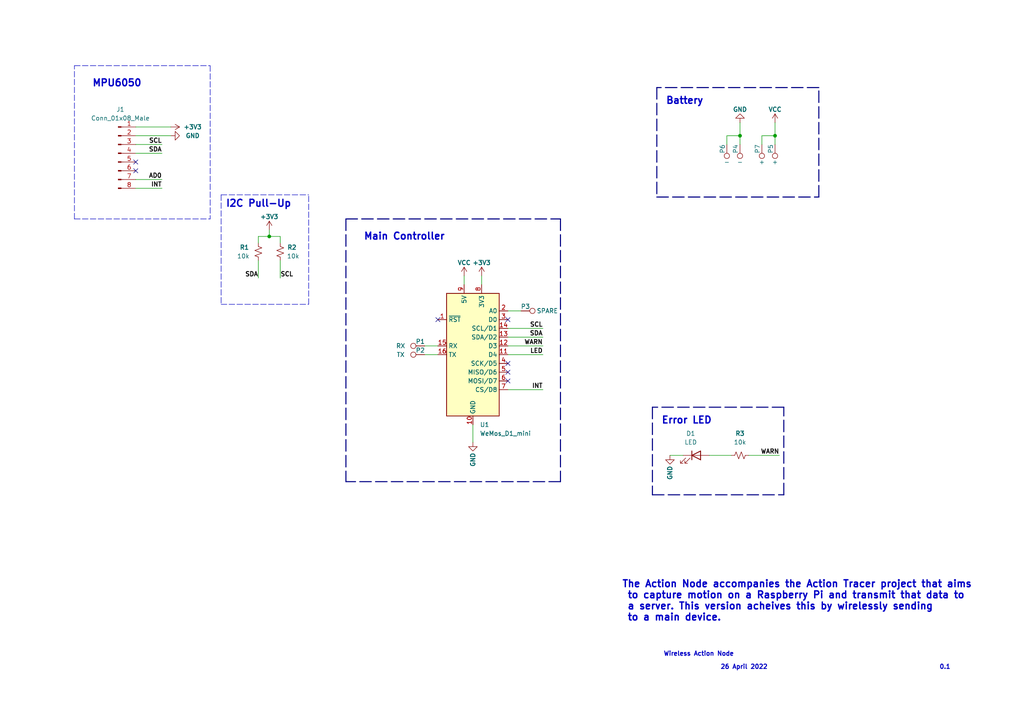
<source format=kicad_sch>
(kicad_sch (version 20211123) (generator eeschema)
  (paper "A4")
  (lib_symbols
    (symbol "Connector:Conn_01x08_Male" (pin_names (offset 1.016) hide)
      (property "Reference" "J" (at 0 10.16 0))
      (property "Value" "Conn_01x08_Male" (at 0 -12.7 0))
      (symbol "Conn_01x08_Male_1_1"
        (polyline (pts (xy 1.27 -10.16) (xy 0.8636 -10.16)) (stroke (width 0.1524)))
        (polyline (pts (xy 1.27 -7.62) (xy 0.8636 -7.62)) (stroke (width 0.1524)))
        (polyline (pts (xy 1.27 -5.08) (xy 0.8636 -5.08)) (stroke (width 0.1524)))
        (polyline (pts (xy 1.27 -2.54) (xy 0.8636 -2.54)) (stroke (width 0.1524)))
        (polyline (pts (xy 1.27 0) (xy 0.8636 0)) (stroke (width 0.1524)))
        (polyline (pts (xy 1.27 2.54) (xy 0.8636 2.54)) (stroke (width 0.1524)))
        (polyline (pts (xy 1.27 5.08) (xy 0.8636 5.08)) (stroke (width 0.1524)))
        (polyline (pts (xy 1.27 7.62) (xy 0.8636 7.62)) (stroke (width 0.1524)))
        (rectangle (start 0.8636 -10.033) (end 0 -10.287) (stroke (width 0.1524)) (fill (type outline)))
        (rectangle (start 0.8636 -7.493) (end 0 -7.747) (stroke (width 0.1524)) (fill (type outline)))
        (rectangle (start 0.8636 -4.953) (end 0 -5.207) (stroke (width 0.1524)) (fill (type outline)))
        (rectangle (start 0.8636 -2.413) (end 0 -2.667) (stroke (width 0.1524)) (fill (type outline)))
        (rectangle (start 0.8636 0.127) (end 0 -0.127) (stroke (width 0.1524)) (fill (type outline)))
        (rectangle (start 0.8636 2.667) (end 0 2.413) (stroke (width 0.1524)) (fill (type outline)))
        (rectangle (start 0.8636 5.207) (end 0 4.953) (stroke (width 0.1524)) (fill (type outline)))
        (rectangle (start 0.8636 7.747) (end 0 7.493) (stroke (width 0.1524)) (fill (type outline)))
        (pin passive line (at 5.08 7.62 180) (length 3.81) (name "Pin_1") (number "1"))
        (pin passive line (at 5.08 5.08 180) (length 3.81) (name "Pin_2") (number "2"))
        (pin passive line (at 5.08 2.54 180) (length 3.81) (name "Pin_3") (number "3"))
        (pin passive line (at 5.08 0 180) (length 3.81) (name "Pin_4") (number "4"))
        (pin passive line (at 5.08 -2.54 180) (length 3.81) (name "Pin_5") (number "5"))
        (pin passive line (at 5.08 -5.08 180) (length 3.81) (name "Pin_6") (number "6"))
        (pin passive line (at 5.08 -7.62 180) (length 3.81) (name "Pin_7") (number "7"))
        (pin passive line (at 5.08 -10.16 180) (length 3.81) (name "Pin_8") (number "8"))
      )
    )
    (symbol "Connector:TestPoint" (pin_numbers hide) (pin_names (offset 0.762) hide)
      (property "Reference" "TP" (at 0 6.858 0))
      (property "Value" "TestPoint" (at 0 5.08 0))
      (symbol "TestPoint_0_1"
        (circle (center 0 3.302) (radius 0.762))
      )
      (symbol "TestPoint_1_1"
        (pin passive line (at 0 0 90) (length 2.54) (name "1") (number "1"))
      )
    )
    (symbol "Device:LED" (pin_numbers hide) (pin_names (offset 1.016) hide)
      (property "Reference" "D" (at 0 2.54 0))
      (property "Value" "LED" (at 0 -2.54 0))
      (symbol "LED_0_1"
        (polyline (pts (xy -1.27 -1.27) (xy -1.27 1.27)) (stroke (width 0.254)))
        (polyline (pts (xy -1.27 0) (xy 1.27 0)))
        (polyline (pts (xy 1.27 -1.27) (xy 1.27 1.27) (xy -1.27 0) (xy 1.27 -1.27)) (stroke (width 0.254)))
        (polyline (pts (xy -3.048 -0.762) (xy -4.572 -2.286) (xy -3.81 -2.286) (xy -4.572 -2.286) (xy -4.572 -1.524)))
        (polyline (pts (xy -1.778 -0.762) (xy -3.302 -2.286) (xy -2.54 -2.286) (xy -3.302 -2.286) (xy -3.302 -1.524)))
      )
      (symbol "LED_1_1"
        (pin passive line (at -3.81 0 0) (length 2.54) (name "K") (number "1"))
        (pin passive line (at 3.81 0 180) (length 2.54) (name "A") (number "2"))
      )
    )
    (symbol "Device:R_Small_US" (pin_numbers hide) (pin_names (offset 0.254) hide)
      (property "Reference" "R" (at 0.762 0.508 0))
      (property "Value" "R_Small_US" (at 0.762 -1.016 0))
      (symbol "R_Small_US_1_1"
        (polyline (pts (xy 0 0) (xy 1.016 -0.381) (xy 0 -0.762) (xy -1.016 -1.143) (xy 0 -1.524)))
        (polyline (pts (xy 0 1.524) (xy 1.016 1.143) (xy 0 0.762) (xy -1.016 0.381) (xy 0 0)))
        (pin passive line (at 0 2.54 270) (length 1.016) (name "~") (number "1"))
        (pin passive line (at 0 -2.54 90) (length 1.016) (name "~") (number "2"))
      )
    )
    (symbol "MCU_Module:WeMos_D1_mini"
      (property "Reference" "U" (at 3.81 19.05 0))
      (property "Value" "WeMos_D1_mini" (at 1.27 -19.05 0))
      (symbol "WeMos_D1_mini_1_1"
        (rectangle (start -7.62 17.78) (end 7.62 -17.78) (stroke (width 0.254)) (fill (type background)))
        (pin input line (at -10.16 10.16 0) (length 2.54) (name "~{RST}") (number "1"))
        (pin power_in line (at 0 -20.32 90) (length 2.54) (name "GND") (number "10"))
        (pin bidirectional line (at 10.16 0 180) (length 2.54) (name "D4") (number "11"))
        (pin bidirectional line (at 10.16 2.54 180) (length 2.54) (name "D3") (number "12"))
        (pin bidirectional line (at 10.16 5.08 180) (length 2.54) (name "SDA/D2") (number "13"))
        (pin bidirectional line (at 10.16 7.62 180) (length 2.54) (name "SCL/D1") (number "14"))
        (pin input line (at -10.16 2.54 0) (length 2.54) (name "RX") (number "15"))
        (pin output line (at -10.16 0 0) (length 2.54) (name "TX") (number "16"))
        (pin input line (at 10.16 12.7 180) (length 2.54) (name "A0") (number "2"))
        (pin bidirectional line (at 10.16 10.16 180) (length 2.54) (name "D0") (number "3"))
        (pin bidirectional line (at 10.16 -2.54 180) (length 2.54) (name "SCK/D5") (number "4"))
        (pin bidirectional line (at 10.16 -5.08 180) (length 2.54) (name "MISO/D6") (number "5"))
        (pin bidirectional line (at 10.16 -7.62 180) (length 2.54) (name "MOSI/D7") (number "6"))
        (pin bidirectional line (at 10.16 -10.16 180) (length 2.54) (name "CS/D8") (number "7"))
        (pin power_out line (at 2.54 20.32 270) (length 2.54) (name "3V3") (number "8"))
        (pin power_in line (at -2.54 20.32 270) (length 2.54) (name "5V") (number "9"))
      )
    )
    (symbol "power:+3.3V" (power) (pin_names (offset 0))
      (property "Value" "+3.3V" (at 0 3.556 0))
      (symbol "+3.3V_0_1"
        (polyline (pts (xy -0.762 1.27) (xy 0 2.54)))
        (polyline (pts (xy 0 0) (xy 0 2.54)))
        (polyline (pts (xy 0 2.54) (xy 0.762 1.27)))
      )
      (symbol "+3.3V_1_1"
        (pin power_in line (at 0 0 90) (length 0) hide (name "+3V3") (number "1"))
      )
    )
    (symbol "power:GND" (power) (pin_names (offset 0))
      (property "Value" "GND" (at 0 -3.81 0))
      (symbol "GND_0_1"
        (polyline (pts (xy 0 0) (xy 0 -1.27) (xy 1.27 -1.27) (xy 0 -2.54) (xy -1.27 -1.27) (xy 0 -1.27)))
      )
      (symbol "GND_1_1"
        (pin power_in line (at 0 0 270) (length 0) hide (name "GND") (number "1"))
      )
    )
    (symbol "power:VCC" (power) (pin_names (offset 0))
      (property "Value" "VCC" (at 0 3.81 0))
      (symbol "VCC_0_1"
        (polyline (pts (xy -0.762 1.27) (xy 0 2.54)))
        (polyline (pts (xy 0 0) (xy 0 2.54)))
        (polyline (pts (xy 0 2.54) (xy 0.762 1.27)))
      )
      (symbol "VCC_1_1"
        (pin power_in line (at 0 0 90) (length 0) hide (name "VCC") (number "1"))
      )
    )
  )
  (junction (at 214.63 39.37))
  (junction (at 224.79 39.37))
  (junction (at 78.105 68.58))
  (no_connect (at 147.32 105.41))
  (no_connect (at 147.32 110.49))
  (no_connect (at 147.32 107.95))
  (no_connect (at 147.32 92.71))
  (no_connect (at 39.37 46.99))
  (no_connect (at 127 92.71))
  (no_connect (at 39.37 49.53))
  (bus (pts (xy 237.49 57.15) (xy 237.49 25.4)) (stroke (width 0) (type dash)))
  (bus (pts (xy 189.23 143.51) (xy 227.33 143.51)) (stroke (width 0) (type dash)))
  (wire (pts (xy 139.7 80.01) (xy 139.7 82.55)))
  (bus (pts (xy 190.5 25.4) (xy 190.5 57.15)) (stroke (width 0) (type dash)))
  (polyline (pts (xy 64.135 56.515) (xy 89.535 56.515)))
  (wire (pts (xy 147.32 90.17) (xy 151.13 90.17)))
  (wire (pts (xy 210.82 41.91) (xy 210.82 39.37)))
  (wire (pts (xy 74.93 75.565) (xy 74.93 80.645)))
  (wire (pts (xy 210.82 39.37) (xy 214.63 39.37)))
  (wire (pts (xy 123.19 100.33) (xy 127 100.33)))
  (wire (pts (xy 205.74 132.08) (xy 212.09 132.08)))
  (wire (pts (xy 194.31 132.08) (xy 198.12 132.08)))
  (polyline (pts (xy 21.59 63.5) (xy 21.59 19.05)))
  (bus (pts (xy 189.23 118.11) (xy 189.23 143.51)) (stroke (width 0) (type dash)))
  (bus (pts (xy 100.33 63.5) (xy 162.56 63.5)) (stroke (width 0) (type dash)))
  (bus (pts (xy 162.56 139.7) (xy 100.33 139.7)) (stroke (width 0) (type dash)))
  (polyline (pts (xy 89.535 88.265) (xy 89.535 56.515)))
  (wire (pts (xy 134.62 80.01) (xy 134.62 82.55)))
  (wire (pts (xy 39.37 44.45) (xy 46.99 44.45)))
  (wire (pts (xy 39.37 52.07) (xy 46.99 52.07)))
  (polyline (pts (xy 21.59 19.05) (xy 60.96 19.05)))
  (wire (pts (xy 147.32 113.03) (xy 157.48 113.03)))
  (wire (pts (xy 147.32 95.25) (xy 157.48 95.25)))
  (wire (pts (xy 137.16 123.19) (xy 137.16 128.27)))
  (polyline (pts (xy 64.135 56.515) (xy 64.135 88.265)))
  (wire (pts (xy 123.19 102.87) (xy 127 102.87)))
  (wire (pts (xy 74.93 68.58) (xy 74.93 70.485)))
  (wire (pts (xy 78.105 66.675) (xy 78.105 68.58)))
  (polyline (pts (xy 64.135 88.265) (xy 89.535 88.265)))
  (wire (pts (xy 220.98 41.91) (xy 220.98 39.37)))
  (wire (pts (xy 81.28 68.58) (xy 78.105 68.58)))
  (wire (pts (xy 224.79 39.37) (xy 224.79 41.91)))
  (wire (pts (xy 217.17 132.08) (xy 226.06 132.08)))
  (bus (pts (xy 162.56 63.5) (xy 162.56 139.7)) (stroke (width 0) (type dash)))
  (bus (pts (xy 227.33 143.51) (xy 227.33 118.11)) (stroke (width 0) (type dash)))
  (wire (pts (xy 78.105 68.58) (xy 74.93 68.58)))
  (wire (pts (xy 81.28 75.565) (xy 81.28 80.645)))
  (bus (pts (xy 190.5 57.15) (xy 237.49 57.15)) (stroke (width 0) (type dash)))
  (wire (pts (xy 214.63 35.56) (xy 214.63 39.37)))
  (bus (pts (xy 100.33 63.5) (xy 100.33 139.7)) (stroke (width 0) (type dash)))
  (wire (pts (xy 39.37 41.91) (xy 46.99 41.91)))
  (polyline (pts (xy 21.59 63.5) (xy 60.96 63.5)))
  (bus (pts (xy 227.33 118.11) (xy 189.23 118.11)) (stroke (width 0) (type dash)))
  (wire (pts (xy 39.37 54.61) (xy 46.99 54.61)))
  (bus (pts (xy 237.49 25.4) (xy 190.5 25.4)) (stroke (width 0) (type dash)))
  (polyline (pts (xy 60.96 19.05) (xy 60.96 63.5)))
  (wire (pts (xy 220.98 39.37) (xy 224.79 39.37)))
  (wire (pts (xy 147.32 102.87) (xy 157.48 102.87)))
  (wire (pts (xy 147.32 100.33) (xy 157.48 100.33)))
  (wire (pts (xy 39.37 39.37) (xy 49.53 39.37)))
  (wire (pts (xy 214.63 39.37) (xy 214.63 41.91)))
  (wire (pts (xy 39.37 36.83) (xy 49.53 36.83)))
  (wire (pts (xy 147.32 97.79) (xy 157.48 97.79)))
  (wire (pts (xy 81.28 70.485) (xy 81.28 68.58)))
  (wire (pts (xy 224.79 35.56) (xy 224.79 39.37)))
  (text "I2C Pull-Up" (at 65.405 60.325 0) (effects (font (size 2 2) bold) (justify left bottom)))
  (text "MPU6050" (at 26.67 25.4 0) (effects (font (size 2 2) bold) (justify left bottom)))
  (text "26 April 2022" (at 208.915 194.31 0) (effects (font (size 1.27 1.27) bold) (justify left bottom)))
  (text "Wireless Action Node" (at 192.405 190.5 0) (effects (font (size 1.27 1.27) (thickness 0.254) bold) (justify left bottom)))
  (text "Error LED\n" (at 191.77 123.19 0) (effects (font (size 2 2) bold) (justify left bottom)))
  (text "Main Controller" (at 105.41 69.85 0) (effects (font (size 2 2) bold) (justify left bottom)))
  (text "The Action Node accompanies the Action Tracer project that aims\n to capture motion on a Raspberry Pi and transmit that data to\n a server. This version acheives this by wirelessly sending\n to a main device." (at 180.34 180.34 0) (effects (font (size 2 2) bold) (justify left bottom)))
  (text "0.1" (at 272.415 194.31 0) (effects (font (size 1.27 1.27) bold) (justify left bottom)))
  (text "Battery" (at 193.04 30.48 0) (effects (font (size 2 2) bold) (justify left bottom)))
  (label "SDA" (at 157.48 97.79 180) (effects (font bold)))
  (label "SCL" (at 81.28 80.645 0) (effects (font bold)))
  (label "INT" (at 157.48 113.03 180) (effects (font bold)))
  (label "SCL" (at 157.48 95.25 180) (effects (font bold)))
  (label "WARN" (at 157.48 100.33 180) (effects (font bold)))
  (label "LED" (at 157.48 102.87 180) (effects (font bold)))
  (label "AD0" (at 46.99 52.07 180) (effects (font bold)))
  (label "SDA" (at 46.99 44.45 180) (effects (font bold)))
  (label "INT" (at 46.99 54.61 180) (effects (font bold)))
  (label "SCL" (at 46.99 41.91 180) (effects (font bold)))
  (label "SDA" (at 74.93 80.645 180) (effects (font bold)))
  (label "WARN" (at 226.06 132.08 180) (effects (font bold)))
  (symbol (lib_id "Connector:TestPoint") (at 210.82 41.91 180) (unit 1)
    (property "Reference" "P6" (at 209.55 43.18 90))
    (property "Value" "-" (at 210.82 46.99 0))
    (property "Footprint" "TestPoint:TestPoint_Pad_2.5x2.5mm" (effects hide))
  )
  (symbol (lib_id "power:GND") (at 194.31 132.08 0) (unit 1)
    (property "Reference" "#PWR0105" (effects hide))
    (property "Value" "GND" (at 194.31 137.16 90) (effects (font bold)))
  )
  (symbol (lib_id "Device:LED") (at 201.93 132.08 0) (unit 1)
    (property "Reference" "D1" (at 200.3425 125.73 0))
    (property "Value" "LED" (at 200.3425 128.27 0))
    (property "Footprint" "LED_SMD:LED_0603_1608Metric" (effects hide))
  )
  (symbol (lib_id "Device:R_Small_US") (at 74.93 73.025 0) (unit 1)
    (property "Reference" "R1" (at 72.39 71.7549 0) (effects (font bold) (justify right)))
    (property "Value" "10k" (at 72.39 74.2949 0) (effects (justify right)))
    (property "Footprint" "Resistor_SMD:R_0603_1608Metric" (effects hide))
  )
  (symbol (lib_id "Connector:TestPoint") (at 123.19 100.33 90) (unit 1)
    (property "Reference" "P1" (at 121.92 99.06 90))
    (property "Value" "RX" (at 116.205 100.33 90))
    (property "Footprint" "Connector_Wire:SolderWirePad_1x01_SMD_1x2mm" (effects hide))
  )
  (symbol (lib_id "MCU_Module:WeMos_D1_mini") (at 137.16 102.87 0) (unit 1)
    (property "Reference" "U1" (at 139.1794 123.19 0) (effects (justify left)))
    (property "Value" "WeMos_D1_mini" (at 139.1794 125.73 0) (effects (justify left)))
    (property "Footprint" "Module:WEMOS_D1_mini_light" (effects hide))
    (property "Datasheet" "https://wiki.wemos.cc/products:d1:d1_mini#documentation" (effects hide))
  )
  (symbol (lib_id "Connector:Conn_01x08_Male") (at 34.29 44.45 0) (unit 1)
    (property "Reference" "J1" (at 34.925 31.75 0))
    (property "Value" "Conn_01x08_Male" (at 34.925 34.29 0))
    (property "Footprint" "Connector_PinHeader_2.54mm:PinHeader_1x08_P2.54mm_Vertical" (effects hide))
  )
  (symbol (lib_id "power:+3.3V") (at 139.7 80.01 0) (unit 1)
    (property "Reference" "#PWR0107" (effects hide))
    (property "Value" "+3.3V" (at 139.7 76.2 0) (effects (font bold)))
  )
  (symbol (lib_id "power:VCC") (at 224.79 35.56 0) (unit 1)
    (property "Reference" "#PWR02" (effects hide))
    (property "Value" "VCC" (at 224.79 31.75 0) (effects (font bold)))
  )
  (symbol (lib_id "Connector:TestPoint") (at 224.79 41.91 180) (unit 1)
    (property "Reference" "P5" (at 223.52 43.18 90))
    (property "Value" "+" (at 224.79 46.99 0))
    (property "Footprint" "TestPoint:TestPoint_Pad_2.5x2.5mm" (effects hide))
  )
  (symbol (lib_id "power:GND") (at 214.63 35.56 180) (unit 1)
    (property "Reference" "#PWR01" (effects hide))
    (property "Value" "GND" (at 214.63 31.75 0) (effects (font bold)))
  )
  (symbol (lib_id "power:GND") (at 137.16 128.27 0) (unit 1)
    (property "Reference" "#PWR0109" (effects hide))
    (property "Value" "GND" (at 137.16 133.35 90) (effects (font bold)))
  )
  (symbol (lib_id "Connector:TestPoint") (at 151.13 90.17 270) (mirror x) (unit 1)
    (property "Reference" "P3" (at 152.4 88.9 90))
    (property "Value" "SPARE" (at 158.75 90.17 90))
    (property "Footprint" "Connector_Wire:SolderWirePad_1x01_SMD_1x2mm" (effects hide))
  )
  (symbol (lib_id "power:VCC") (at 134.62 80.01 0) (unit 1)
    (property "Reference" "#PWR0108" (effects hide))
    (property "Value" "VCC" (at 134.62 76.2 0) (effects (font bold)))
  )
  (symbol (lib_id "Connector:TestPoint") (at 214.63 41.91 180) (unit 1)
    (property "Reference" "P4" (at 213.36 43.18 90))
    (property "Value" "-" (at 214.63 46.99 0))
    (property "Footprint" "TestPoint:TestPoint_Pad_2.5x2.5mm" (effects hide))
  )
  (symbol (lib_id "Connector:TestPoint") (at 123.19 102.87 90) (unit 1)
    (property "Reference" "P2" (at 121.92 101.6 90))
    (property "Value" "TX" (at 116.205 102.87 90))
    (property "Footprint" "Connector_Wire:SolderWirePad_1x01_SMD_1x2mm" (effects hide))
  )
  (symbol (lib_id "Connector:TestPoint") (at 220.98 41.91 180) (unit 1)
    (property "Reference" "P7" (at 219.71 43.18 90))
    (property "Value" "+" (at 220.98 46.99 0))
    (property "Footprint" "TestPoint:TestPoint_Pad_2.5x2.5mm" (effects hide))
  )
  (symbol (lib_id "power:+3.3V") (at 78.105 66.675 0) (unit 1)
    (property "Reference" "#PWR0104" (effects hide))
    (property "Value" "+3.3V" (at 78.105 62.865 0) (effects (font bold)))
  )
  (symbol (lib_id "Device:R_Small_US") (at 81.28 73.025 0) (unit 1)
    (property "Reference" "R2" (at 83.185 71.7549 0) (effects (font bold) (justify left)))
    (property "Value" "10k" (at 83.185 74.2949 0) (effects (justify left)))
    (property "Footprint" "Resistor_SMD:R_0603_1608Metric" (effects hide))
  )
  (symbol (lib_id "power:+3.3V") (at 49.53 36.83 270) (unit 1)
    (property "Reference" "#PWR0102" (effects hide))
    (property "Value" "+3.3V" (at 55.88 36.83 90) (effects (font bold)))
  )
  (symbol (lib_id "Device:R_Small_US") (at 214.63 132.08 90) (unit 1)
    (property "Reference" "R3" (at 214.63 125.73 90) (effects (font bold)))
    (property "Value" "10k" (at 214.63 128.27 90))
    (property "Footprint" "Resistor_SMD:R_0603_1608Metric" (effects hide))
  )
  (symbol (lib_id "power:GND") (at 49.53 39.37 90) (unit 1)
    (property "Reference" "#PWR0101" (effects hide))
    (property "Value" "GND" (at 55.88 39.37 90) (effects (font bold)))
  )
)
</source>
